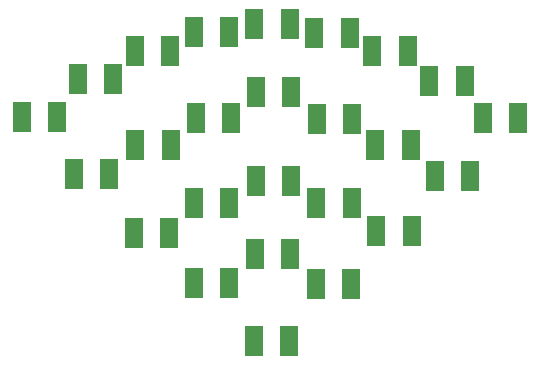
<source format=gbr>
%TF.GenerationSoftware,KiCad,Pcbnew,7.0.7*%
%TF.CreationDate,2024-05-19T18:37:36+02:00*%
%TF.ProjectId,Smart-mobility,536d6172-742d-46d6-9f62-696c6974792e,rev?*%
%TF.SameCoordinates,Original*%
%TF.FileFunction,Paste,Top*%
%TF.FilePolarity,Positive*%
%FSLAX46Y46*%
G04 Gerber Fmt 4.6, Leading zero omitted, Abs format (unit mm)*
G04 Created by KiCad (PCBNEW 7.0.7) date 2024-05-19 18:37:36*
%MOMM*%
%LPD*%
G01*
G04 APERTURE LIST*
%ADD10R,1.500000X2.600000*%
G04 APERTURE END LIST*
D10*
%TO.C,D2*%
X61120000Y-53170000D03*
X64120000Y-53170000D03*
%TD*%
%TO.C,D11*%
X76520000Y-46245000D03*
X79520000Y-46245000D03*
%TD*%
%TO.C,D15*%
X76345000Y-67320000D03*
X79345000Y-67320000D03*
%TD*%
%TO.C,D20*%
X86370000Y-42745000D03*
X89370000Y-42745000D03*
%TD*%
%TO.C,D21*%
X81470000Y-41245000D03*
X84470000Y-41245000D03*
%TD*%
%TO.C,D3*%
X66195000Y-58195000D03*
X69195000Y-58195000D03*
%TD*%
%TO.C,D14*%
X76445000Y-59920000D03*
X79445000Y-59920000D03*
%TD*%
%TO.C,D24*%
X95720000Y-48470000D03*
X98720000Y-48470000D03*
%TD*%
%TO.C,D8*%
X71270000Y-55670000D03*
X74270000Y-55670000D03*
%TD*%
%TO.C,D10*%
X71245000Y-41195000D03*
X74245000Y-41195000D03*
%TD*%
%TO.C,D4*%
X76370000Y-40470000D03*
X79370000Y-40470000D03*
%TD*%
%TO.C,D17*%
X86645000Y-50720000D03*
X89645000Y-50720000D03*
%TD*%
%TO.C,D9*%
X71245000Y-62445000D03*
X74245000Y-62445000D03*
%TD*%
%TO.C,D19*%
X81595000Y-62495000D03*
X84595000Y-62495000D03*
%TD*%
%TO.C,D25*%
X56695000Y-48345000D03*
X59695000Y-48345000D03*
%TD*%
%TO.C,D23*%
X86720000Y-57995000D03*
X89720000Y-57995000D03*
%TD*%
%TO.C,D16*%
X81670000Y-48495000D03*
X84670000Y-48495000D03*
%TD*%
%TO.C,D5*%
X66270000Y-42770000D03*
X69270000Y-42770000D03*
%TD*%
%TO.C,D7*%
X66295000Y-50720000D03*
X69295000Y-50720000D03*
%TD*%
%TO.C,D1*%
X61445000Y-45170000D03*
X64445000Y-45170000D03*
%TD*%
%TO.C,D12*%
X91220000Y-45270000D03*
X94220000Y-45270000D03*
%TD*%
%TO.C,D13*%
X76495000Y-53795000D03*
X79495000Y-53795000D03*
%TD*%
%TO.C,D22*%
X91645000Y-53345000D03*
X94645000Y-53345000D03*
%TD*%
%TO.C,D6*%
X71420000Y-48445000D03*
X74420000Y-48445000D03*
%TD*%
%TO.C,D18*%
X81620000Y-55670000D03*
X84620000Y-55670000D03*
%TD*%
M02*

</source>
